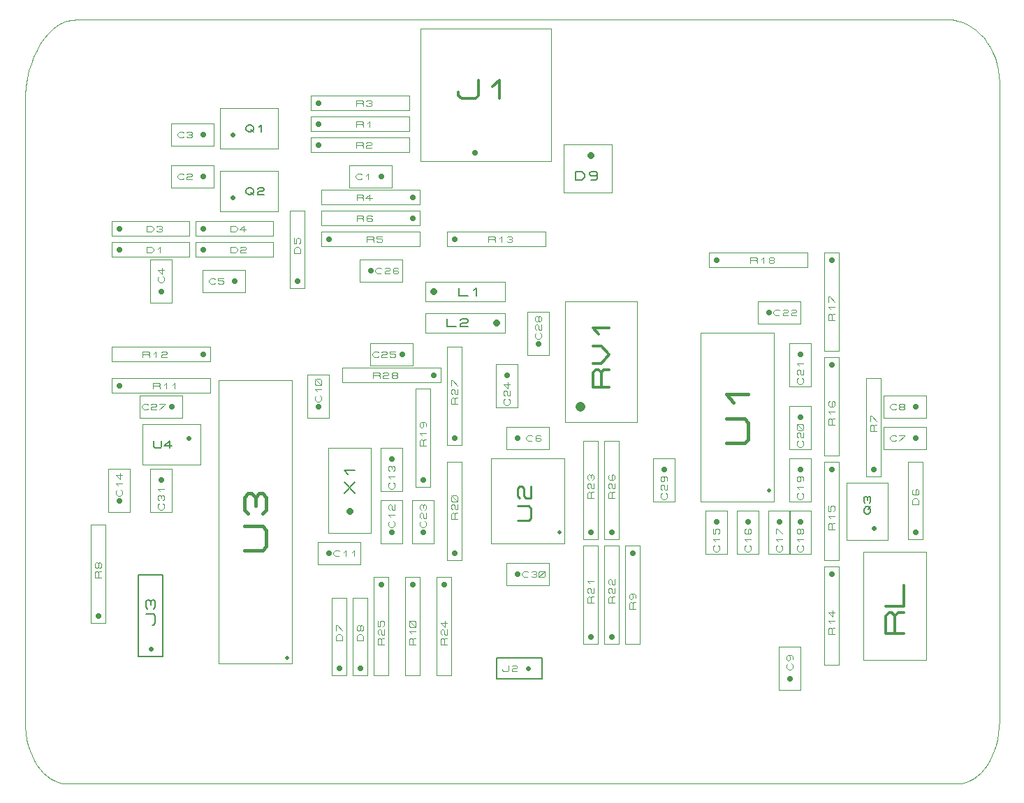
<source format=gbr>
G04 PROTEUS GERBER X2 FILE*
%TF.GenerationSoftware,Labcenter,Proteus,8.16-SP3-Build36097*%
%TF.CreationDate,2025-03-01T20:08:57+00:00*%
%TF.FileFunction,AssemblyDrawing,Top*%
%TF.FilePolarity,Positive*%
%TF.Part,Single*%
%TF.SameCoordinates,{b4116e7d-5b25-4a0e-afc3-4f4668fc6668}*%
%FSLAX45Y45*%
%MOMM*%
G01*
%TA.AperFunction,Material*%
%ADD22C,0.101600*%
%ADD34C,0.660400*%
%ADD35C,0.364400*%
%ADD24C,0.508000*%
%ADD36C,0.440230*%
%ADD37C,0.609600*%
%ADD38C,0.139700*%
%ADD39C,0.711200*%
%ADD40C,0.113450*%
%ADD41C,0.117340*%
%ADD42C,0.812800*%
%ADD43C,0.204890*%
%ADD44C,0.267200*%
%ADD45C,1.219200*%
%ADD46C,0.320040*%
%ADD47C,0.367200*%
%ADD48C,0.171190*%
%ADD49C,0.157500*%
%TA.AperFunction,Profile*%
%ADD21C,0.101600*%
%TA.AperFunction,Material*%
%ADD25C,0.152400*%
%ADD50C,0.558800*%
%ADD51C,0.194860*%
%ADD52C,0.114270*%
%TD.AperFunction*%
D22*
X+4792460Y+3231050D02*
X+6377420Y+3231050D01*
X+6377420Y+4838870D01*
X+4792460Y+4838870D01*
X+4792460Y+3231050D01*
D34*
X+5454880Y+3337730D02*
X+5454880Y+3337730D01*
D35*
X+5256976Y+4068370D02*
X+5256976Y+4031929D01*
X+5297971Y+3995489D01*
X+5461953Y+3995489D01*
X+5502949Y+4031929D01*
X+5502949Y+4214132D01*
X+5666931Y+4141251D02*
X+5748922Y+4214132D01*
X+5748922Y+3995489D01*
D22*
X+2349500Y-2860580D02*
X+3238500Y-2860580D01*
X+3238500Y+578580D01*
X+2349500Y+578580D01*
X+2349500Y-2860580D01*
D24*
X+3175000Y-2794000D02*
X+3175000Y-2794000D01*
D36*
X+2661931Y-1491218D02*
X+2882047Y-1491218D01*
X+2926070Y-1441692D01*
X+2926070Y-1243588D01*
X+2882047Y-1194062D01*
X+2661931Y-1194062D01*
X+2705954Y-1045484D02*
X+2661931Y-995958D01*
X+2661931Y-847380D01*
X+2705954Y-797854D01*
X+2749977Y-797854D01*
X+2794000Y-847380D01*
X+2838024Y-797854D01*
X+2882047Y-797854D01*
X+2926070Y-847380D01*
X+2926070Y-995958D01*
X+2882047Y-1045484D01*
X+2794000Y-946432D02*
X+2794000Y-847380D01*
D22*
X+1430020Y-449580D02*
X+2125980Y-449580D01*
X+2125980Y+43180D01*
X+1430020Y+43180D01*
X+1430020Y-449580D01*
D37*
X+1981200Y-127000D02*
X+1981200Y-127000D01*
D38*
X+1564640Y-161290D02*
X+1564640Y-231140D01*
X+1580356Y-245110D01*
X+1643221Y-245110D01*
X+1658937Y-231140D01*
X+1658937Y-161290D01*
X+1784667Y-217170D02*
X+1690370Y-217170D01*
X+1753235Y-161290D01*
X+1753235Y-245110D01*
D22*
X+1010920Y-1021080D02*
X+1275080Y-1021080D01*
X+1275080Y-502920D01*
X+1010920Y-502920D01*
X+1010920Y-1021080D01*
D39*
X+1143000Y-889000D02*
X+1143000Y-889000D01*
D40*
X+1165691Y-754760D02*
X+1177036Y-767524D01*
X+1177036Y-805814D01*
X+1154345Y-831340D01*
X+1131655Y-831340D01*
X+1108964Y-805814D01*
X+1108964Y-767524D01*
X+1120309Y-754760D01*
X+1131655Y-703707D02*
X+1108964Y-678180D01*
X+1177036Y-678180D01*
X+1154345Y-550546D02*
X+1154345Y-627126D01*
X+1108964Y-576073D01*
X+1177036Y-576073D01*
D22*
X+1518920Y-1021080D02*
X+1783080Y-1021080D01*
X+1783080Y-502920D01*
X+1518920Y-502920D01*
X+1518920Y-1021080D01*
D39*
X+1651000Y-635000D02*
X+1651000Y-635000D01*
D40*
X+1673691Y-922400D02*
X+1685036Y-935164D01*
X+1685036Y-973454D01*
X+1662345Y-998980D01*
X+1639655Y-998980D01*
X+1616964Y-973454D01*
X+1616964Y-935164D01*
X+1628309Y-922400D01*
X+1628309Y-884110D02*
X+1616964Y-871347D01*
X+1616964Y-833057D01*
X+1628309Y-820293D01*
X+1639655Y-820293D01*
X+1651000Y-833057D01*
X+1662345Y-820293D01*
X+1673691Y-820293D01*
X+1685036Y-833057D01*
X+1685036Y-871347D01*
X+1673691Y-884110D01*
X+1651000Y-858583D02*
X+1651000Y-833057D01*
X+1639655Y-769240D02*
X+1616964Y-743713D01*
X+1685036Y-743713D01*
D22*
X+800100Y-2374900D02*
X+977900Y-2374900D01*
X+977900Y-1181100D01*
X+800100Y-1181100D01*
X+800100Y-2374900D01*
D39*
X+889000Y-2286000D02*
X+889000Y-2286000D01*
D41*
X+924204Y-1821382D02*
X+853796Y-1821382D01*
X+853796Y-1755375D01*
X+865531Y-1742173D01*
X+877265Y-1742173D01*
X+889000Y-1755375D01*
X+889000Y-1821382D01*
X+889000Y-1755375D02*
X+900735Y-1742173D01*
X+924204Y-1742173D01*
X+889000Y-1689367D02*
X+877265Y-1702569D01*
X+865531Y-1702569D01*
X+853796Y-1689367D01*
X+853796Y-1649763D01*
X+865531Y-1636561D01*
X+877265Y-1636561D01*
X+889000Y-1649763D01*
X+889000Y-1689367D01*
X+900735Y-1702569D01*
X+912469Y-1702569D01*
X+924204Y-1689367D01*
X+924204Y-1649763D01*
X+912469Y-1636561D01*
X+900735Y-1636561D01*
X+889000Y-1649763D01*
D22*
X+1391920Y+121920D02*
X+1910080Y+121920D01*
X+1910080Y+386080D01*
X+1391920Y+386080D01*
X+1391920Y+121920D01*
D39*
X+1778000Y+254000D02*
X+1778000Y+254000D01*
D40*
X+1490600Y+231309D02*
X+1477836Y+219964D01*
X+1439546Y+219964D01*
X+1414020Y+242655D01*
X+1414020Y+265345D01*
X+1439546Y+288036D01*
X+1477836Y+288036D01*
X+1490600Y+276691D01*
X+1528890Y+276691D02*
X+1541653Y+288036D01*
X+1579943Y+288036D01*
X+1592707Y+276691D01*
X+1592707Y+265345D01*
X+1579943Y+254000D01*
X+1541653Y+254000D01*
X+1528890Y+242655D01*
X+1528890Y+219964D01*
X+1592707Y+219964D01*
X+1630997Y+288036D02*
X+1694814Y+288036D01*
X+1694814Y+276691D01*
X+1630997Y+219964D01*
D22*
X+1054100Y+419100D02*
X+2247900Y+419100D01*
X+2247900Y+596900D01*
X+1054100Y+596900D01*
X+1054100Y+419100D01*
D39*
X+1143000Y+508000D02*
X+1143000Y+508000D01*
D41*
X+1554812Y+472796D02*
X+1554812Y+543204D01*
X+1620819Y+543204D01*
X+1634021Y+531469D01*
X+1634021Y+519735D01*
X+1620819Y+508000D01*
X+1554812Y+508000D01*
X+1620819Y+508000D02*
X+1634021Y+496265D01*
X+1634021Y+472796D01*
X+1686827Y+519735D02*
X+1713230Y+543204D01*
X+1713230Y+472796D01*
X+1792439Y+519735D02*
X+1818842Y+543204D01*
X+1818842Y+472796D01*
D22*
X+1054100Y+800100D02*
X+2247900Y+800100D01*
X+2247900Y+977900D01*
X+1054100Y+977900D01*
X+1054100Y+800100D01*
D39*
X+2159000Y+889000D02*
X+2159000Y+889000D01*
D41*
X+1430352Y+853796D02*
X+1430352Y+924204D01*
X+1496359Y+924204D01*
X+1509561Y+912469D01*
X+1509561Y+900735D01*
X+1496359Y+889000D01*
X+1430352Y+889000D01*
X+1496359Y+889000D02*
X+1509561Y+877265D01*
X+1509561Y+853796D01*
X+1562367Y+900735D02*
X+1588770Y+924204D01*
X+1588770Y+853796D01*
X+1654777Y+912469D02*
X+1667979Y+924204D01*
X+1707583Y+924204D01*
X+1720785Y+912469D01*
X+1720785Y+900735D01*
X+1707583Y+889000D01*
X+1667979Y+889000D01*
X+1654777Y+877265D01*
X+1654777Y+853796D01*
X+1720785Y+853796D01*
D22*
X+3677920Y-1275080D02*
X+4196080Y-1275080D01*
X+4196080Y-248920D01*
X+3677920Y-248920D01*
X+3677920Y-1275080D01*
D42*
X+3937000Y-1016000D02*
X+3937000Y-1016000D01*
D43*
X+3875532Y-796543D02*
X+3998468Y-658241D01*
X+3998468Y-796543D02*
X+3875532Y-658241D01*
X+3916511Y-566040D02*
X+3875532Y-519939D01*
X+3998468Y-519939D01*
D22*
X+4312920Y-1402080D02*
X+4577080Y-1402080D01*
X+4577080Y-883920D01*
X+4312920Y-883920D01*
X+4312920Y-1402080D01*
D39*
X+4445000Y-1270000D02*
X+4445000Y-1270000D01*
D40*
X+4467691Y-1135760D02*
X+4479036Y-1148524D01*
X+4479036Y-1186814D01*
X+4456345Y-1212340D01*
X+4433655Y-1212340D01*
X+4410964Y-1186814D01*
X+4410964Y-1148524D01*
X+4422309Y-1135760D01*
X+4433655Y-1084707D02*
X+4410964Y-1059180D01*
X+4479036Y-1059180D01*
X+4422309Y-995363D02*
X+4410964Y-982600D01*
X+4410964Y-944310D01*
X+4422309Y-931546D01*
X+4433655Y-931546D01*
X+4445000Y-944310D01*
X+4445000Y-982600D01*
X+4456345Y-995363D01*
X+4479036Y-995363D01*
X+4479036Y-931546D01*
D22*
X+4312920Y-767080D02*
X+4577080Y-767080D01*
X+4577080Y-248920D01*
X+4312920Y-248920D01*
X+4312920Y-767080D01*
D39*
X+4445000Y-381000D02*
X+4445000Y-381000D01*
D40*
X+4467691Y-668400D02*
X+4479036Y-681164D01*
X+4479036Y-719454D01*
X+4456345Y-744980D01*
X+4433655Y-744980D01*
X+4410964Y-719454D01*
X+4410964Y-681164D01*
X+4422309Y-668400D01*
X+4433655Y-617347D02*
X+4410964Y-591820D01*
X+4479036Y-591820D01*
X+4422309Y-528003D02*
X+4410964Y-515240D01*
X+4410964Y-476950D01*
X+4422309Y-464186D01*
X+4433655Y-464186D01*
X+4445000Y-476950D01*
X+4456345Y-464186D01*
X+4467691Y-464186D01*
X+4479036Y-476950D01*
X+4479036Y-515240D01*
X+4467691Y-528003D01*
X+4445000Y-502476D02*
X+4445000Y-476950D01*
D22*
X+3423920Y+121920D02*
X+3688080Y+121920D01*
X+3688080Y+640080D01*
X+3423920Y+640080D01*
X+3423920Y+121920D01*
D39*
X+3556000Y+254000D02*
X+3556000Y+254000D01*
D40*
X+3578691Y+388240D02*
X+3590036Y+375476D01*
X+3590036Y+337186D01*
X+3567345Y+311660D01*
X+3544655Y+311660D01*
X+3521964Y+337186D01*
X+3521964Y+375476D01*
X+3533309Y+388240D01*
X+3544655Y+439293D02*
X+3521964Y+464820D01*
X+3590036Y+464820D01*
X+3578691Y+515874D02*
X+3533309Y+515874D01*
X+3521964Y+528637D01*
X+3521964Y+579690D01*
X+3533309Y+592454D01*
X+3578691Y+592454D01*
X+3590036Y+579690D01*
X+3590036Y+528637D01*
X+3578691Y+515874D01*
X+3590036Y+515874D02*
X+3521964Y+592454D01*
D22*
X+3550920Y-1656080D02*
X+4069080Y-1656080D01*
X+4069080Y-1391920D01*
X+3550920Y-1391920D01*
X+3550920Y-1656080D01*
D39*
X+3683000Y-1524000D02*
X+3683000Y-1524000D01*
D40*
X+3817240Y-1546691D02*
X+3804476Y-1558036D01*
X+3766186Y-1558036D01*
X+3740660Y-1535345D01*
X+3740660Y-1512655D01*
X+3766186Y-1489964D01*
X+3804476Y-1489964D01*
X+3817240Y-1501309D01*
X+3868293Y-1512655D02*
X+3893820Y-1489964D01*
X+3893820Y-1558036D01*
X+3970400Y-1512655D02*
X+3995927Y-1489964D01*
X+3995927Y-1558036D01*
D22*
X+3721100Y-3009900D02*
X+3898900Y-3009900D01*
X+3898900Y-2070100D01*
X+3721100Y-2070100D01*
X+3721100Y-3009900D01*
D39*
X+3810000Y-2921000D02*
X+3810000Y-2921000D01*
D41*
X+3845204Y-2583382D02*
X+3774796Y-2583382D01*
X+3774796Y-2530576D01*
X+3798265Y-2504173D01*
X+3821735Y-2504173D01*
X+3845204Y-2530576D01*
X+3845204Y-2583382D01*
X+3774796Y-2464569D02*
X+3774796Y-2398561D01*
X+3786531Y-2398561D01*
X+3845204Y-2464569D01*
D22*
X+3975100Y-3009900D02*
X+4152900Y-3009900D01*
X+4152900Y-2070100D01*
X+3975100Y-2070100D01*
X+3975100Y-3009900D01*
D39*
X+4064000Y-2921000D02*
X+4064000Y-2921000D01*
D41*
X+4099204Y-2583382D02*
X+4028796Y-2583382D01*
X+4028796Y-2530576D01*
X+4052265Y-2504173D01*
X+4075735Y-2504173D01*
X+4099204Y-2530576D01*
X+4099204Y-2583382D01*
X+4064000Y-2451367D02*
X+4052265Y-2464569D01*
X+4040531Y-2464569D01*
X+4028796Y-2451367D01*
X+4028796Y-2411763D01*
X+4040531Y-2398561D01*
X+4052265Y-2398561D01*
X+4064000Y-2411763D01*
X+4064000Y-2451367D01*
X+4075735Y-2464569D01*
X+4087469Y-2464569D01*
X+4099204Y-2451367D01*
X+4099204Y-2411763D01*
X+4087469Y-2398561D01*
X+4075735Y-2398561D01*
X+4064000Y-2411763D01*
D22*
X+4229100Y-3009900D02*
X+4406900Y-3009900D01*
X+4406900Y-1816100D01*
X+4229100Y-1816100D01*
X+4229100Y-3009900D01*
D39*
X+4318000Y-1905000D02*
X+4318000Y-1905000D01*
D41*
X+4353204Y-2633648D02*
X+4282796Y-2633648D01*
X+4282796Y-2567641D01*
X+4294531Y-2554439D01*
X+4306265Y-2554439D01*
X+4318000Y-2567641D01*
X+4318000Y-2633648D01*
X+4318000Y-2567641D02*
X+4329735Y-2554439D01*
X+4353204Y-2554439D01*
X+4294531Y-2514835D02*
X+4282796Y-2501633D01*
X+4282796Y-2462029D01*
X+4294531Y-2448827D01*
X+4306265Y-2448827D01*
X+4318000Y-2462029D01*
X+4318000Y-2501633D01*
X+4329735Y-2514835D01*
X+4353204Y-2514835D01*
X+4353204Y-2448827D01*
X+4282796Y-2343215D02*
X+4282796Y-2409223D01*
X+4306265Y-2409223D01*
X+4306265Y-2356417D01*
X+4318000Y-2343215D01*
X+4341469Y-2343215D01*
X+4353204Y-2356417D01*
X+4353204Y-2396021D01*
X+4341469Y-2409223D01*
D22*
X+4610100Y-3009900D02*
X+4787900Y-3009900D01*
X+4787900Y-1816100D01*
X+4610100Y-1816100D01*
X+4610100Y-3009900D01*
D39*
X+4699000Y-1905000D02*
X+4699000Y-1905000D01*
D41*
X+4734204Y-2633648D02*
X+4663796Y-2633648D01*
X+4663796Y-2567641D01*
X+4675531Y-2554439D01*
X+4687265Y-2554439D01*
X+4699000Y-2567641D01*
X+4699000Y-2633648D01*
X+4699000Y-2567641D02*
X+4710735Y-2554439D01*
X+4734204Y-2554439D01*
X+4687265Y-2501633D02*
X+4663796Y-2475230D01*
X+4734204Y-2475230D01*
X+4722469Y-2422424D02*
X+4675531Y-2422424D01*
X+4663796Y-2409223D01*
X+4663796Y-2356417D01*
X+4675531Y-2343215D01*
X+4722469Y-2343215D01*
X+4734204Y-2356417D01*
X+4734204Y-2409223D01*
X+4722469Y-2422424D01*
X+4734204Y-2422424D02*
X+4663796Y-2343215D01*
D22*
X+4991100Y-3009900D02*
X+5168900Y-3009900D01*
X+5168900Y-1816100D01*
X+4991100Y-1816100D01*
X+4991100Y-3009900D01*
D39*
X+5080000Y-1905000D02*
X+5080000Y-1905000D01*
D41*
X+5115204Y-2633648D02*
X+5044796Y-2633648D01*
X+5044796Y-2567641D01*
X+5056531Y-2554439D01*
X+5068265Y-2554439D01*
X+5080000Y-2567641D01*
X+5080000Y-2633648D01*
X+5080000Y-2567641D02*
X+5091735Y-2554439D01*
X+5115204Y-2554439D01*
X+5056531Y-2514835D02*
X+5044796Y-2501633D01*
X+5044796Y-2462029D01*
X+5056531Y-2448827D01*
X+5068265Y-2448827D01*
X+5080000Y-2462029D01*
X+5080000Y-2501633D01*
X+5091735Y-2514835D01*
X+5115204Y-2514835D01*
X+5115204Y-2448827D01*
X+5091735Y-2343215D02*
X+5091735Y-2422424D01*
X+5044796Y-2369618D01*
X+5115204Y-2369618D01*
D22*
X+5651500Y-1402080D02*
X+6540500Y-1402080D01*
X+6540500Y-375920D01*
X+5651500Y-375920D01*
X+5651500Y-1402080D01*
D24*
X+6477000Y-1270000D02*
X+6477000Y-1270000D01*
D44*
X+5971388Y-1129487D02*
X+6104992Y-1129487D01*
X+6131713Y-1099427D01*
X+6131713Y-979183D01*
X+6104992Y-949122D01*
X+5971388Y-949122D01*
X+5998109Y-858940D02*
X+5971388Y-828879D01*
X+5971388Y-738696D01*
X+5998109Y-708635D01*
X+6024830Y-708635D01*
X+6051550Y-738696D01*
X+6051550Y-828879D01*
X+6078271Y-858940D01*
X+6131713Y-858940D01*
X+6131713Y-708635D01*
D22*
X+4693920Y-1402080D02*
X+4958080Y-1402080D01*
X+4958080Y-883920D01*
X+4693920Y-883920D01*
X+4693920Y-1402080D01*
D39*
X+4826000Y-1270000D02*
X+4826000Y-1270000D01*
D40*
X+4848691Y-1135760D02*
X+4860036Y-1148524D01*
X+4860036Y-1186814D01*
X+4837345Y-1212340D01*
X+4814655Y-1212340D01*
X+4791964Y-1186814D01*
X+4791964Y-1148524D01*
X+4803309Y-1135760D01*
X+4803309Y-1097470D02*
X+4791964Y-1084707D01*
X+4791964Y-1046417D01*
X+4803309Y-1033653D01*
X+4814655Y-1033653D01*
X+4826000Y-1046417D01*
X+4826000Y-1084707D01*
X+4837345Y-1097470D01*
X+4860036Y-1097470D01*
X+4860036Y-1033653D01*
X+4803309Y-995363D02*
X+4791964Y-982600D01*
X+4791964Y-944310D01*
X+4803309Y-931546D01*
X+4814655Y-931546D01*
X+4826000Y-944310D01*
X+4837345Y-931546D01*
X+4848691Y-931546D01*
X+4860036Y-944310D01*
X+4860036Y-982600D01*
X+4848691Y-995363D01*
X+4826000Y-969836D02*
X+4826000Y-944310D01*
D22*
X+4737100Y-723900D02*
X+4914900Y-723900D01*
X+4914900Y+469900D01*
X+4737100Y+469900D01*
X+4737100Y-723900D01*
D39*
X+4826000Y-635000D02*
X+4826000Y-635000D01*
D41*
X+4861204Y-223188D02*
X+4790796Y-223188D01*
X+4790796Y-157181D01*
X+4802531Y-143979D01*
X+4814265Y-143979D01*
X+4826000Y-157181D01*
X+4826000Y-223188D01*
X+4826000Y-157181D02*
X+4837735Y-143979D01*
X+4861204Y-143979D01*
X+4814265Y-91173D02*
X+4790796Y-64770D01*
X+4861204Y-64770D01*
X+4814265Y+67245D02*
X+4826000Y+54043D01*
X+4826000Y+14439D01*
X+4814265Y+1237D01*
X+4802531Y+1237D01*
X+4790796Y+14439D01*
X+4790796Y+54043D01*
X+4802531Y+67245D01*
X+4849469Y+67245D01*
X+4861204Y+54043D01*
X+4861204Y+14439D01*
D22*
X+5118100Y-1612900D02*
X+5295900Y-1612900D01*
X+5295900Y-419100D01*
X+5118100Y-419100D01*
X+5118100Y-1612900D01*
D39*
X+5207000Y-1524000D02*
X+5207000Y-1524000D01*
D41*
X+5242204Y-1112188D02*
X+5171796Y-1112188D01*
X+5171796Y-1046181D01*
X+5183531Y-1032979D01*
X+5195265Y-1032979D01*
X+5207000Y-1046181D01*
X+5207000Y-1112188D01*
X+5207000Y-1046181D02*
X+5218735Y-1032979D01*
X+5242204Y-1032979D01*
X+5183531Y-993375D02*
X+5171796Y-980173D01*
X+5171796Y-940569D01*
X+5183531Y-927367D01*
X+5195265Y-927367D01*
X+5207000Y-940569D01*
X+5207000Y-980173D01*
X+5218735Y-993375D01*
X+5242204Y-993375D01*
X+5242204Y-927367D01*
X+5230469Y-900964D02*
X+5183531Y-900964D01*
X+5171796Y-887763D01*
X+5171796Y-834957D01*
X+5183531Y-821755D01*
X+5230469Y-821755D01*
X+5242204Y-834957D01*
X+5242204Y-887763D01*
X+5230469Y-900964D01*
X+5242204Y-900964D02*
X+5171796Y-821755D01*
D22*
X+5836920Y-1910080D02*
X+6355080Y-1910080D01*
X+6355080Y-1645920D01*
X+5836920Y-1645920D01*
X+5836920Y-1910080D01*
D39*
X+5969000Y-1778000D02*
X+5969000Y-1778000D01*
D40*
X+6103240Y-1800691D02*
X+6090476Y-1812036D01*
X+6052186Y-1812036D01*
X+6026660Y-1789345D01*
X+6026660Y-1766655D01*
X+6052186Y-1743964D01*
X+6090476Y-1743964D01*
X+6103240Y-1755309D01*
X+6141530Y-1755309D02*
X+6154293Y-1743964D01*
X+6192583Y-1743964D01*
X+6205347Y-1755309D01*
X+6205347Y-1766655D01*
X+6192583Y-1778000D01*
X+6205347Y-1789345D01*
X+6205347Y-1800691D01*
X+6192583Y-1812036D01*
X+6154293Y-1812036D01*
X+6141530Y-1800691D01*
X+6167057Y-1778000D02*
X+6192583Y-1778000D01*
X+6230874Y-1800691D02*
X+6230874Y-1755309D01*
X+6243637Y-1743964D01*
X+6294690Y-1743964D01*
X+6307454Y-1755309D01*
X+6307454Y-1800691D01*
X+6294690Y-1812036D01*
X+6243637Y-1812036D01*
X+6230874Y-1800691D01*
X+6230874Y-1812036D02*
X+6307454Y-1743964D01*
D22*
X+5836920Y-259080D02*
X+6355080Y-259080D01*
X+6355080Y+5080D01*
X+5836920Y+5080D01*
X+5836920Y-259080D01*
D39*
X+5969000Y-127000D02*
X+5969000Y-127000D01*
D40*
X+6154293Y-149691D02*
X+6141529Y-161036D01*
X+6103239Y-161036D01*
X+6077713Y-138345D01*
X+6077713Y-115655D01*
X+6103239Y-92964D01*
X+6141529Y-92964D01*
X+6154293Y-104309D01*
X+6256400Y-104309D02*
X+6243636Y-92964D01*
X+6205346Y-92964D01*
X+6192583Y-104309D01*
X+6192583Y-149691D01*
X+6205346Y-161036D01*
X+6243636Y-161036D01*
X+6256400Y-149691D01*
X+6256400Y-138345D01*
X+6243636Y-127000D01*
X+6192583Y-127000D01*
D22*
X+5709920Y+248920D02*
X+5974080Y+248920D01*
X+5974080Y+767080D01*
X+5709920Y+767080D01*
X+5709920Y+248920D01*
D39*
X+5842000Y+635000D02*
X+5842000Y+635000D01*
D40*
X+5864691Y+347600D02*
X+5876036Y+334836D01*
X+5876036Y+296546D01*
X+5853345Y+271020D01*
X+5830655Y+271020D01*
X+5807964Y+296546D01*
X+5807964Y+334836D01*
X+5819309Y+347600D01*
X+5819309Y+385890D02*
X+5807964Y+398653D01*
X+5807964Y+436943D01*
X+5819309Y+449707D01*
X+5830655Y+449707D01*
X+5842000Y+436943D01*
X+5842000Y+398653D01*
X+5853345Y+385890D01*
X+5876036Y+385890D01*
X+5876036Y+449707D01*
X+5853345Y+551814D02*
X+5853345Y+475234D01*
X+5807964Y+526287D01*
X+5876036Y+526287D01*
D22*
X+3848100Y+546100D02*
X+5041900Y+546100D01*
X+5041900Y+723900D01*
X+3848100Y+723900D01*
X+3848100Y+546100D01*
D39*
X+4953000Y+635000D02*
X+4953000Y+635000D01*
D41*
X+4224352Y+599796D02*
X+4224352Y+670204D01*
X+4290359Y+670204D01*
X+4303561Y+658469D01*
X+4303561Y+646735D01*
X+4290359Y+635000D01*
X+4224352Y+635000D01*
X+4290359Y+635000D02*
X+4303561Y+623265D01*
X+4303561Y+599796D01*
X+4343165Y+658469D02*
X+4356367Y+670204D01*
X+4395971Y+670204D01*
X+4409173Y+658469D01*
X+4409173Y+646735D01*
X+4395971Y+635000D01*
X+4356367Y+635000D01*
X+4343165Y+623265D01*
X+4343165Y+599796D01*
X+4409173Y+599796D01*
X+4461979Y+635000D02*
X+4448777Y+646735D01*
X+4448777Y+658469D01*
X+4461979Y+670204D01*
X+4501583Y+670204D01*
X+4514785Y+658469D01*
X+4514785Y+646735D01*
X+4501583Y+635000D01*
X+4461979Y+635000D01*
X+4448777Y+623265D01*
X+4448777Y+611531D01*
X+4461979Y+599796D01*
X+4501583Y+599796D01*
X+4514785Y+611531D01*
X+4514785Y+623265D01*
X+4501583Y+635000D01*
D22*
X+5118100Y-215900D02*
X+5295900Y-215900D01*
X+5295900Y+977900D01*
X+5118100Y+977900D01*
X+5118100Y-215900D01*
D39*
X+5207000Y-127000D02*
X+5207000Y-127000D01*
D41*
X+5242204Y+284812D02*
X+5171796Y+284812D01*
X+5171796Y+350819D01*
X+5183531Y+364021D01*
X+5195265Y+364021D01*
X+5207000Y+350819D01*
X+5207000Y+284812D01*
X+5207000Y+350819D02*
X+5218735Y+364021D01*
X+5242204Y+364021D01*
X+5183531Y+403625D02*
X+5171796Y+416827D01*
X+5171796Y+456431D01*
X+5183531Y+469633D01*
X+5195265Y+469633D01*
X+5207000Y+456431D01*
X+5207000Y+416827D01*
X+5218735Y+403625D01*
X+5242204Y+403625D01*
X+5242204Y+469633D01*
X+5171796Y+509237D02*
X+5171796Y+575245D01*
X+5183531Y+575245D01*
X+5242204Y+509237D01*
D22*
X+4185920Y+756920D02*
X+4704080Y+756920D01*
X+4704080Y+1021080D01*
X+4185920Y+1021080D01*
X+4185920Y+756920D01*
D39*
X+4572000Y+889000D02*
X+4572000Y+889000D01*
D40*
X+4284600Y+866309D02*
X+4271836Y+854964D01*
X+4233546Y+854964D01*
X+4208020Y+877655D01*
X+4208020Y+900345D01*
X+4233546Y+923036D01*
X+4271836Y+923036D01*
X+4284600Y+911691D01*
X+4322890Y+911691D02*
X+4335653Y+923036D01*
X+4373943Y+923036D01*
X+4386707Y+911691D01*
X+4386707Y+900345D01*
X+4373943Y+889000D01*
X+4335653Y+889000D01*
X+4322890Y+877655D01*
X+4322890Y+854964D01*
X+4386707Y+854964D01*
X+4488814Y+923036D02*
X+4424997Y+923036D01*
X+4424997Y+900345D01*
X+4476050Y+900345D01*
X+4488814Y+889000D01*
X+4488814Y+866309D01*
X+4476050Y+854964D01*
X+4437760Y+854964D01*
X+4424997Y+866309D01*
D22*
X+6769100Y-2628900D02*
X+6946900Y-2628900D01*
X+6946900Y-1435100D01*
X+6769100Y-1435100D01*
X+6769100Y-2628900D01*
D39*
X+6858000Y-2540000D02*
X+6858000Y-2540000D01*
D41*
X+6893204Y-2128188D02*
X+6822796Y-2128188D01*
X+6822796Y-2062181D01*
X+6834531Y-2048979D01*
X+6846265Y-2048979D01*
X+6858000Y-2062181D01*
X+6858000Y-2128188D01*
X+6858000Y-2062181D02*
X+6869735Y-2048979D01*
X+6893204Y-2048979D01*
X+6834531Y-2009375D02*
X+6822796Y-1996173D01*
X+6822796Y-1956569D01*
X+6834531Y-1943367D01*
X+6846265Y-1943367D01*
X+6858000Y-1956569D01*
X+6858000Y-1996173D01*
X+6869735Y-2009375D01*
X+6893204Y-2009375D01*
X+6893204Y-1943367D01*
X+6846265Y-1890561D02*
X+6822796Y-1864158D01*
X+6893204Y-1864158D01*
D22*
X+7023100Y-2628900D02*
X+7200900Y-2628900D01*
X+7200900Y-1435100D01*
X+7023100Y-1435100D01*
X+7023100Y-2628900D01*
D39*
X+7112000Y-2540000D02*
X+7112000Y-2540000D01*
D41*
X+7147204Y-2128188D02*
X+7076796Y-2128188D01*
X+7076796Y-2062181D01*
X+7088531Y-2048979D01*
X+7100265Y-2048979D01*
X+7112000Y-2062181D01*
X+7112000Y-2128188D01*
X+7112000Y-2062181D02*
X+7123735Y-2048979D01*
X+7147204Y-2048979D01*
X+7088531Y-2009375D02*
X+7076796Y-1996173D01*
X+7076796Y-1956569D01*
X+7088531Y-1943367D01*
X+7100265Y-1943367D01*
X+7112000Y-1956569D01*
X+7112000Y-1996173D01*
X+7123735Y-2009375D01*
X+7147204Y-2009375D01*
X+7147204Y-1943367D01*
X+7088531Y-1903763D02*
X+7076796Y-1890561D01*
X+7076796Y-1850957D01*
X+7088531Y-1837755D01*
X+7100265Y-1837755D01*
X+7112000Y-1850957D01*
X+7112000Y-1890561D01*
X+7123735Y-1903763D01*
X+7147204Y-1903763D01*
X+7147204Y-1837755D01*
D22*
X+7277100Y-2628900D02*
X+7454900Y-2628900D01*
X+7454900Y-1435100D01*
X+7277100Y-1435100D01*
X+7277100Y-2628900D01*
D39*
X+7366000Y-1524000D02*
X+7366000Y-1524000D01*
D41*
X+7401204Y-2199842D02*
X+7330796Y-2199842D01*
X+7330796Y-2133835D01*
X+7342531Y-2120633D01*
X+7354265Y-2120633D01*
X+7366000Y-2133835D01*
X+7366000Y-2199842D01*
X+7366000Y-2133835D02*
X+7377735Y-2120633D01*
X+7401204Y-2120633D01*
X+7354265Y-2015021D02*
X+7366000Y-2028223D01*
X+7366000Y-2067827D01*
X+7354265Y-2081029D01*
X+7342531Y-2081029D01*
X+7330796Y-2067827D01*
X+7330796Y-2028223D01*
X+7342531Y-2015021D01*
X+7389469Y-2015021D01*
X+7401204Y-2028223D01*
X+7401204Y-2067827D01*
D22*
X+6769100Y-1358900D02*
X+6946900Y-1358900D01*
X+6946900Y-165100D01*
X+6769100Y-165100D01*
X+6769100Y-1358900D01*
D39*
X+6858000Y-1270000D02*
X+6858000Y-1270000D01*
D41*
X+6893204Y-858188D02*
X+6822796Y-858188D01*
X+6822796Y-792181D01*
X+6834531Y-778979D01*
X+6846265Y-778979D01*
X+6858000Y-792181D01*
X+6858000Y-858188D01*
X+6858000Y-792181D02*
X+6869735Y-778979D01*
X+6893204Y-778979D01*
X+6834531Y-739375D02*
X+6822796Y-726173D01*
X+6822796Y-686569D01*
X+6834531Y-673367D01*
X+6846265Y-673367D01*
X+6858000Y-686569D01*
X+6858000Y-726173D01*
X+6869735Y-739375D01*
X+6893204Y-739375D01*
X+6893204Y-673367D01*
X+6834531Y-633763D02*
X+6822796Y-620561D01*
X+6822796Y-580957D01*
X+6834531Y-567755D01*
X+6846265Y-567755D01*
X+6858000Y-580957D01*
X+6869735Y-567755D01*
X+6881469Y-567755D01*
X+6893204Y-580957D01*
X+6893204Y-620561D01*
X+6881469Y-633763D01*
X+6858000Y-607360D02*
X+6858000Y-580957D01*
D22*
X+7023100Y-1358900D02*
X+7200900Y-1358900D01*
X+7200900Y-165100D01*
X+7023100Y-165100D01*
X+7023100Y-1358900D01*
D39*
X+7112000Y-1270000D02*
X+7112000Y-1270000D01*
D41*
X+7147204Y-858188D02*
X+7076796Y-858188D01*
X+7076796Y-792181D01*
X+7088531Y-778979D01*
X+7100265Y-778979D01*
X+7112000Y-792181D01*
X+7112000Y-858188D01*
X+7112000Y-792181D02*
X+7123735Y-778979D01*
X+7147204Y-778979D01*
X+7088531Y-739375D02*
X+7076796Y-726173D01*
X+7076796Y-686569D01*
X+7088531Y-673367D01*
X+7100265Y-673367D01*
X+7112000Y-686569D01*
X+7112000Y-726173D01*
X+7123735Y-739375D01*
X+7147204Y-739375D01*
X+7147204Y-673367D01*
X+7088531Y-567755D02*
X+7076796Y-580957D01*
X+7076796Y-620561D01*
X+7088531Y-633763D01*
X+7135469Y-633763D01*
X+7147204Y-620561D01*
X+7147204Y-580957D01*
X+7135469Y-567755D01*
X+7123735Y-567755D01*
X+7112000Y-580957D01*
X+7112000Y-633763D01*
D22*
X+6548120Y+71120D02*
X+7421880Y+71120D01*
X+7421880Y+1529080D01*
X+6548120Y+1529080D01*
X+6548120Y+71120D01*
D45*
X+6731000Y+254000D02*
X+6731000Y+254000D01*
D46*
X+7081012Y+489966D02*
X+6888988Y+489966D01*
X+6888988Y+669988D01*
X+6920992Y+705993D01*
X+6952996Y+705993D01*
X+6985000Y+669988D01*
X+6985000Y+489966D01*
X+6985000Y+669988D02*
X+7017004Y+705993D01*
X+7081012Y+705993D01*
X+6888988Y+778002D02*
X+6985000Y+778002D01*
X+7081012Y+886015D01*
X+6985000Y+994029D01*
X+6888988Y+994029D01*
X+6952996Y+1138047D02*
X+6888988Y+1210056D01*
X+7081012Y+1210056D01*
D22*
X+8191500Y-894080D02*
X+9080500Y-894080D01*
X+9080500Y+1148080D01*
X+8191500Y+1148080D01*
X+8191500Y-894080D01*
D24*
X+9017000Y-762000D02*
X+9017000Y-762000D01*
D36*
X+8503931Y-190468D02*
X+8724047Y-190468D01*
X+8768070Y-140942D01*
X+8768070Y+57162D01*
X+8724047Y+106688D01*
X+8503931Y+106688D01*
X+8591977Y+304792D02*
X+8503931Y+403844D01*
X+8768070Y+403844D01*
D22*
X+7614920Y-894080D02*
X+7879080Y-894080D01*
X+7879080Y-375920D01*
X+7614920Y-375920D01*
X+7614920Y-894080D01*
D39*
X+7747000Y-508000D02*
X+7747000Y-508000D01*
D40*
X+7769691Y-795400D02*
X+7781036Y-808164D01*
X+7781036Y-846454D01*
X+7758345Y-871980D01*
X+7735655Y-871980D01*
X+7712964Y-846454D01*
X+7712964Y-808164D01*
X+7724309Y-795400D01*
X+7724309Y-757110D02*
X+7712964Y-744347D01*
X+7712964Y-706057D01*
X+7724309Y-693293D01*
X+7735655Y-693293D01*
X+7747000Y-706057D01*
X+7747000Y-744347D01*
X+7758345Y-757110D01*
X+7781036Y-757110D01*
X+7781036Y-693293D01*
X+7735655Y-591186D02*
X+7747000Y-603950D01*
X+7747000Y-642240D01*
X+7735655Y-655003D01*
X+7724309Y-655003D01*
X+7712964Y-642240D01*
X+7712964Y-603950D01*
X+7724309Y-591186D01*
X+7769691Y-591186D01*
X+7781036Y-603950D01*
X+7781036Y-642240D01*
D22*
X+8249920Y-1529080D02*
X+8514080Y-1529080D01*
X+8514080Y-1010920D01*
X+8249920Y-1010920D01*
X+8249920Y-1529080D01*
D39*
X+8382000Y-1143000D02*
X+8382000Y-1143000D01*
D40*
X+8404691Y-1430400D02*
X+8416036Y-1443164D01*
X+8416036Y-1481454D01*
X+8393345Y-1506980D01*
X+8370655Y-1506980D01*
X+8347964Y-1481454D01*
X+8347964Y-1443164D01*
X+8359309Y-1430400D01*
X+8370655Y-1379347D02*
X+8347964Y-1353820D01*
X+8416036Y-1353820D01*
X+8347964Y-1226186D02*
X+8347964Y-1290003D01*
X+8370655Y-1290003D01*
X+8370655Y-1238950D01*
X+8382000Y-1226186D01*
X+8404691Y-1226186D01*
X+8416036Y-1238950D01*
X+8416036Y-1277240D01*
X+8404691Y-1290003D01*
D22*
X+8630920Y-1529080D02*
X+8895080Y-1529080D01*
X+8895080Y-1010920D01*
X+8630920Y-1010920D01*
X+8630920Y-1529080D01*
D39*
X+8763000Y-1143000D02*
X+8763000Y-1143000D01*
D40*
X+8785691Y-1430400D02*
X+8797036Y-1443164D01*
X+8797036Y-1481454D01*
X+8774345Y-1506980D01*
X+8751655Y-1506980D01*
X+8728964Y-1481454D01*
X+8728964Y-1443164D01*
X+8740309Y-1430400D01*
X+8751655Y-1379347D02*
X+8728964Y-1353820D01*
X+8797036Y-1353820D01*
X+8740309Y-1226186D02*
X+8728964Y-1238950D01*
X+8728964Y-1277240D01*
X+8740309Y-1290003D01*
X+8785691Y-1290003D01*
X+8797036Y-1277240D01*
X+8797036Y-1238950D01*
X+8785691Y-1226186D01*
X+8774345Y-1226186D01*
X+8763000Y-1238950D01*
X+8763000Y-1290003D01*
D22*
X+9011920Y-1529080D02*
X+9276080Y-1529080D01*
X+9276080Y-1010920D01*
X+9011920Y-1010920D01*
X+9011920Y-1529080D01*
D39*
X+9144000Y-1143000D02*
X+9144000Y-1143000D01*
D40*
X+9166691Y-1430400D02*
X+9178036Y-1443164D01*
X+9178036Y-1481454D01*
X+9155345Y-1506980D01*
X+9132655Y-1506980D01*
X+9109964Y-1481454D01*
X+9109964Y-1443164D01*
X+9121309Y-1430400D01*
X+9132655Y-1379347D02*
X+9109964Y-1353820D01*
X+9178036Y-1353820D01*
X+9109964Y-1290003D02*
X+9109964Y-1226186D01*
X+9121309Y-1226186D01*
X+9178036Y-1290003D01*
D22*
X+9265920Y-1529080D02*
X+9530080Y-1529080D01*
X+9530080Y-1010920D01*
X+9265920Y-1010920D01*
X+9265920Y-1529080D01*
D39*
X+9398000Y-1143000D02*
X+9398000Y-1143000D01*
D40*
X+9420691Y-1430400D02*
X+9432036Y-1443164D01*
X+9432036Y-1481454D01*
X+9409345Y-1506980D01*
X+9386655Y-1506980D01*
X+9363964Y-1481454D01*
X+9363964Y-1443164D01*
X+9375309Y-1430400D01*
X+9386655Y-1379347D02*
X+9363964Y-1353820D01*
X+9432036Y-1353820D01*
X+9398000Y-1277240D02*
X+9386655Y-1290003D01*
X+9375309Y-1290003D01*
X+9363964Y-1277240D01*
X+9363964Y-1238950D01*
X+9375309Y-1226186D01*
X+9386655Y-1226186D01*
X+9398000Y-1238950D01*
X+9398000Y-1277240D01*
X+9409345Y-1290003D01*
X+9420691Y-1290003D01*
X+9432036Y-1277240D01*
X+9432036Y-1238950D01*
X+9420691Y-1226186D01*
X+9409345Y-1226186D01*
X+9398000Y-1238950D01*
D22*
X+9265920Y-894080D02*
X+9530080Y-894080D01*
X+9530080Y-375920D01*
X+9265920Y-375920D01*
X+9265920Y-894080D01*
D39*
X+9398000Y-508000D02*
X+9398000Y-508000D01*
D40*
X+9420691Y-795400D02*
X+9432036Y-808164D01*
X+9432036Y-846454D01*
X+9409345Y-871980D01*
X+9386655Y-871980D01*
X+9363964Y-846454D01*
X+9363964Y-808164D01*
X+9375309Y-795400D01*
X+9386655Y-744347D02*
X+9363964Y-718820D01*
X+9432036Y-718820D01*
X+9386655Y-591186D02*
X+9398000Y-603950D01*
X+9398000Y-642240D01*
X+9386655Y-655003D01*
X+9375309Y-655003D01*
X+9363964Y-642240D01*
X+9363964Y-603950D01*
X+9375309Y-591186D01*
X+9420691Y-591186D01*
X+9432036Y-603950D01*
X+9432036Y-642240D01*
D22*
X+9265920Y-259080D02*
X+9530080Y-259080D01*
X+9530080Y+259080D01*
X+9265920Y+259080D01*
X+9265920Y-259080D01*
D39*
X+9398000Y+127000D02*
X+9398000Y+127000D01*
D40*
X+9420691Y-160400D02*
X+9432036Y-173164D01*
X+9432036Y-211454D01*
X+9409345Y-236980D01*
X+9386655Y-236980D01*
X+9363964Y-211454D01*
X+9363964Y-173164D01*
X+9375309Y-160400D01*
X+9375309Y-122110D02*
X+9363964Y-109347D01*
X+9363964Y-71057D01*
X+9375309Y-58293D01*
X+9386655Y-58293D01*
X+9398000Y-71057D01*
X+9398000Y-109347D01*
X+9409345Y-122110D01*
X+9432036Y-122110D01*
X+9432036Y-58293D01*
X+9420691Y-32766D02*
X+9375309Y-32766D01*
X+9363964Y-20003D01*
X+9363964Y+31050D01*
X+9375309Y+43814D01*
X+9420691Y+43814D01*
X+9432036Y+31050D01*
X+9432036Y-20003D01*
X+9420691Y-32766D01*
X+9432036Y-32766D02*
X+9363964Y+43814D01*
D22*
X+9265920Y+502920D02*
X+9530080Y+502920D01*
X+9530080Y+1021080D01*
X+9265920Y+1021080D01*
X+9265920Y+502920D01*
D39*
X+9398000Y+889000D02*
X+9398000Y+889000D01*
D40*
X+9420691Y+601600D02*
X+9432036Y+588836D01*
X+9432036Y+550546D01*
X+9409345Y+525020D01*
X+9386655Y+525020D01*
X+9363964Y+550546D01*
X+9363964Y+588836D01*
X+9375309Y+601600D01*
X+9375309Y+639890D02*
X+9363964Y+652653D01*
X+9363964Y+690943D01*
X+9375309Y+703707D01*
X+9386655Y+703707D01*
X+9398000Y+690943D01*
X+9398000Y+652653D01*
X+9409345Y+639890D01*
X+9432036Y+639890D01*
X+9432036Y+703707D01*
X+9386655Y+754760D02*
X+9363964Y+780287D01*
X+9432036Y+780287D01*
D22*
X+8884920Y+1264920D02*
X+9403080Y+1264920D01*
X+9403080Y+1529080D01*
X+8884920Y+1529080D01*
X+8884920Y+1264920D01*
D39*
X+9017000Y+1397000D02*
X+9017000Y+1397000D01*
D40*
X+9151240Y+1374309D02*
X+9138476Y+1362964D01*
X+9100186Y+1362964D01*
X+9074660Y+1385655D01*
X+9074660Y+1408345D01*
X+9100186Y+1431036D01*
X+9138476Y+1431036D01*
X+9151240Y+1419691D01*
X+9189530Y+1419691D02*
X+9202293Y+1431036D01*
X+9240583Y+1431036D01*
X+9253347Y+1419691D01*
X+9253347Y+1408345D01*
X+9240583Y+1397000D01*
X+9202293Y+1397000D01*
X+9189530Y+1385655D01*
X+9189530Y+1362964D01*
X+9253347Y+1362964D01*
X+9291637Y+1419691D02*
X+9304400Y+1431036D01*
X+9342690Y+1431036D01*
X+9355454Y+1419691D01*
X+9355454Y+1408345D01*
X+9342690Y+1397000D01*
X+9304400Y+1397000D01*
X+9291637Y+1385655D01*
X+9291637Y+1362964D01*
X+9355454Y+1362964D01*
D22*
X+9690100Y-2882900D02*
X+9867900Y-2882900D01*
X+9867900Y-1689100D01*
X+9690100Y-1689100D01*
X+9690100Y-2882900D01*
D39*
X+9779000Y-1778000D02*
X+9779000Y-1778000D01*
D41*
X+9814204Y-2506648D02*
X+9743796Y-2506648D01*
X+9743796Y-2440641D01*
X+9755531Y-2427439D01*
X+9767265Y-2427439D01*
X+9779000Y-2440641D01*
X+9779000Y-2506648D01*
X+9779000Y-2440641D02*
X+9790735Y-2427439D01*
X+9814204Y-2427439D01*
X+9767265Y-2374633D02*
X+9743796Y-2348230D01*
X+9814204Y-2348230D01*
X+9790735Y-2216215D02*
X+9790735Y-2295424D01*
X+9743796Y-2242618D01*
X+9814204Y-2242618D01*
D22*
X+9690100Y-1612900D02*
X+9867900Y-1612900D01*
X+9867900Y-419100D01*
X+9690100Y-419100D01*
X+9690100Y-1612900D01*
D39*
X+9779000Y-508000D02*
X+9779000Y-508000D01*
D41*
X+9814204Y-1236648D02*
X+9743796Y-1236648D01*
X+9743796Y-1170641D01*
X+9755531Y-1157439D01*
X+9767265Y-1157439D01*
X+9779000Y-1170641D01*
X+9779000Y-1236648D01*
X+9779000Y-1170641D02*
X+9790735Y-1157439D01*
X+9814204Y-1157439D01*
X+9767265Y-1104633D02*
X+9743796Y-1078230D01*
X+9814204Y-1078230D01*
X+9743796Y-946215D02*
X+9743796Y-1012223D01*
X+9767265Y-1012223D01*
X+9767265Y-959417D01*
X+9779000Y-946215D01*
X+9802469Y-946215D01*
X+9814204Y-959417D01*
X+9814204Y-999021D01*
X+9802469Y-1012223D01*
D22*
X+9690100Y-342900D02*
X+9867900Y-342900D01*
X+9867900Y+850900D01*
X+9690100Y+850900D01*
X+9690100Y-342900D01*
D39*
X+9779000Y+762000D02*
X+9779000Y+762000D01*
D41*
X+9814204Y+33352D02*
X+9743796Y+33352D01*
X+9743796Y+99359D01*
X+9755531Y+112561D01*
X+9767265Y+112561D01*
X+9779000Y+99359D01*
X+9779000Y+33352D01*
X+9779000Y+99359D02*
X+9790735Y+112561D01*
X+9814204Y+112561D01*
X+9767265Y+165367D02*
X+9743796Y+191770D01*
X+9814204Y+191770D01*
X+9755531Y+323785D02*
X+9743796Y+310583D01*
X+9743796Y+270979D01*
X+9755531Y+257777D01*
X+9802469Y+257777D01*
X+9814204Y+270979D01*
X+9814204Y+310583D01*
X+9802469Y+323785D01*
X+9790735Y+323785D01*
X+9779000Y+310583D01*
X+9779000Y+257777D01*
D22*
X+9690100Y+927100D02*
X+9867900Y+927100D01*
X+9867900Y+2120900D01*
X+9690100Y+2120900D01*
X+9690100Y+927100D01*
D39*
X+9779000Y+2032000D02*
X+9779000Y+2032000D01*
D41*
X+9814204Y+1303352D02*
X+9743796Y+1303352D01*
X+9743796Y+1369359D01*
X+9755531Y+1382561D01*
X+9767265Y+1382561D01*
X+9779000Y+1369359D01*
X+9779000Y+1303352D01*
X+9779000Y+1369359D02*
X+9790735Y+1382561D01*
X+9814204Y+1382561D01*
X+9767265Y+1435367D02*
X+9743796Y+1461770D01*
X+9814204Y+1461770D01*
X+9743796Y+1527777D02*
X+9743796Y+1593785D01*
X+9755531Y+1593785D01*
X+9814204Y+1527777D01*
D22*
X+8293100Y+1943100D02*
X+9486900Y+1943100D01*
X+9486900Y+2120900D01*
X+8293100Y+2120900D01*
X+8293100Y+1943100D01*
D39*
X+8382000Y+2032000D02*
X+8382000Y+2032000D01*
D41*
X+8793812Y+1996796D02*
X+8793812Y+2067204D01*
X+8859819Y+2067204D01*
X+8873021Y+2055469D01*
X+8873021Y+2043735D01*
X+8859819Y+2032000D01*
X+8793812Y+2032000D01*
X+8859819Y+2032000D02*
X+8873021Y+2020265D01*
X+8873021Y+1996796D01*
X+8925827Y+2043735D02*
X+8952230Y+2067204D01*
X+8952230Y+1996796D01*
X+9031439Y+2032000D02*
X+9018237Y+2043735D01*
X+9018237Y+2055469D01*
X+9031439Y+2067204D01*
X+9071043Y+2067204D01*
X+9084245Y+2055469D01*
X+9084245Y+2043735D01*
X+9071043Y+2032000D01*
X+9031439Y+2032000D01*
X+9018237Y+2020265D01*
X+9018237Y+2008531D01*
X+9031439Y+1996796D01*
X+9071043Y+1996796D01*
X+9084245Y+2008531D01*
X+9084245Y+2020265D01*
X+9071043Y+2032000D01*
D22*
X+10166920Y-2819080D02*
X+10927080Y-2819080D01*
X+10927080Y-1508920D01*
X+10166920Y-1508920D01*
X+10166920Y-2819080D01*
D47*
X+10657160Y-2494480D02*
X+10436840Y-2494480D01*
X+10436840Y-2287930D01*
X+10473560Y-2246620D01*
X+10510280Y-2246620D01*
X+10547000Y-2287930D01*
X+10547000Y-2494480D01*
X+10547000Y-2287930D02*
X+10583720Y-2246620D01*
X+10657160Y-2246620D01*
X+10436840Y-2164000D02*
X+10657160Y-2164000D01*
X+10657160Y-1916140D01*
D22*
X+9964420Y-1363980D02*
X+10457180Y-1363980D01*
X+10457180Y-668020D01*
X+9964420Y-668020D01*
X+9964420Y-1363980D01*
D37*
X+10287000Y-1219200D02*
X+10287000Y-1219200D01*
D38*
X+10196830Y-1054100D02*
X+10168890Y-1022668D01*
X+10168890Y-991235D01*
X+10196830Y-959803D01*
X+10224770Y-959803D01*
X+10252710Y-991235D01*
X+10252710Y-1022668D01*
X+10224770Y-1054100D01*
X+10196830Y-1054100D01*
X+10224770Y-991235D02*
X+10252710Y-959803D01*
X+10182860Y-912654D02*
X+10168890Y-896938D01*
X+10168890Y-849789D01*
X+10182860Y-834073D01*
X+10196830Y-834073D01*
X+10210800Y-849789D01*
X+10224770Y-834073D01*
X+10238740Y-834073D01*
X+10252710Y-849789D01*
X+10252710Y-896938D01*
X+10238740Y-912654D01*
X+10210800Y-881222D02*
X+10210800Y-849789D01*
D22*
X+10706100Y-1358900D02*
X+10883900Y-1358900D01*
X+10883900Y-419100D01*
X+10706100Y-419100D01*
X+10706100Y-1358900D01*
D39*
X+10795000Y-1270000D02*
X+10795000Y-1270000D01*
D41*
X+10830204Y-932382D02*
X+10759796Y-932382D01*
X+10759796Y-879576D01*
X+10783265Y-853173D01*
X+10806735Y-853173D01*
X+10830204Y-879576D01*
X+10830204Y-932382D01*
X+10771531Y-747561D02*
X+10759796Y-760763D01*
X+10759796Y-800367D01*
X+10771531Y-813569D01*
X+10818469Y-813569D01*
X+10830204Y-800367D01*
X+10830204Y-760763D01*
X+10818469Y-747561D01*
X+10806735Y-747561D01*
X+10795000Y-760763D01*
X+10795000Y-813569D01*
D22*
X+10198100Y-596900D02*
X+10375900Y-596900D01*
X+10375900Y+596900D01*
X+10198100Y+596900D01*
X+10198100Y-596900D01*
D39*
X+10287000Y-508000D02*
X+10287000Y-508000D01*
D41*
X+10322204Y-43382D02*
X+10251796Y-43382D01*
X+10251796Y+22625D01*
X+10263531Y+35827D01*
X+10275265Y+35827D01*
X+10287000Y+22625D01*
X+10287000Y-43382D01*
X+10287000Y+22625D02*
X+10298735Y+35827D01*
X+10322204Y+35827D01*
X+10251796Y+75431D02*
X+10251796Y+141439D01*
X+10263531Y+141439D01*
X+10322204Y+75431D01*
D22*
X+10408920Y-259080D02*
X+10927080Y-259080D01*
X+10927080Y+5080D01*
X+10408920Y+5080D01*
X+10408920Y-259080D01*
D39*
X+10795000Y-127000D02*
X+10795000Y-127000D01*
D40*
X+10558653Y-149691D02*
X+10545889Y-161036D01*
X+10507599Y-161036D01*
X+10482073Y-138345D01*
X+10482073Y-115655D01*
X+10507599Y-92964D01*
X+10545889Y-92964D01*
X+10558653Y-104309D01*
X+10596943Y-92964D02*
X+10660760Y-92964D01*
X+10660760Y-104309D01*
X+10596943Y-161036D01*
D22*
X+10408920Y+121920D02*
X+10927080Y+121920D01*
X+10927080Y+386080D01*
X+10408920Y+386080D01*
X+10408920Y+121920D01*
D39*
X+10795000Y+254000D02*
X+10795000Y+254000D01*
D40*
X+10558653Y+231309D02*
X+10545889Y+219964D01*
X+10507599Y+219964D01*
X+10482073Y+242655D01*
X+10482073Y+265345D01*
X+10507599Y+288036D01*
X+10545889Y+288036D01*
X+10558653Y+276691D01*
X+10609706Y+254000D02*
X+10596943Y+265345D01*
X+10596943Y+276691D01*
X+10609706Y+288036D01*
X+10647996Y+288036D01*
X+10660760Y+276691D01*
X+10660760Y+265345D01*
X+10647996Y+254000D01*
X+10609706Y+254000D01*
X+10596943Y+242655D01*
X+10596943Y+231309D01*
X+10609706Y+219964D01*
X+10647996Y+219964D01*
X+10660760Y+231309D01*
X+10660760Y+242655D01*
X+10647996Y+254000D01*
D22*
X+6535420Y+2852420D02*
X+7117080Y+2852420D01*
X+7117080Y+3434080D01*
X+6535420Y+3434080D01*
X+6535420Y+2852420D01*
D42*
X+6858000Y+3302000D02*
X+6858000Y+3302000D01*
D48*
X+6672174Y+3005531D02*
X+6672174Y+3108248D01*
X+6749212Y+3108248D01*
X+6787731Y+3074009D01*
X+6787731Y+3039770D01*
X+6749212Y+3005531D01*
X+6672174Y+3005531D01*
X+6941807Y+3074009D02*
X+6922547Y+3056890D01*
X+6864769Y+3056890D01*
X+6845509Y+3074009D01*
X+6845509Y+3091129D01*
X+6864769Y+3108248D01*
X+6922547Y+3108248D01*
X+6941807Y+3091129D01*
X+6941807Y+3022650D01*
X+6922547Y+3005531D01*
X+6864769Y+3005531D01*
D22*
X+5118100Y+2197100D02*
X+6311900Y+2197100D01*
X+6311900Y+2374900D01*
X+5118100Y+2374900D01*
X+5118100Y+2197100D01*
D39*
X+5207000Y+2286000D02*
X+5207000Y+2286000D01*
D41*
X+5618812Y+2250796D02*
X+5618812Y+2321204D01*
X+5684819Y+2321204D01*
X+5698021Y+2309469D01*
X+5698021Y+2297735D01*
X+5684819Y+2286000D01*
X+5618812Y+2286000D01*
X+5684819Y+2286000D02*
X+5698021Y+2274265D01*
X+5698021Y+2250796D01*
X+5750827Y+2297735D02*
X+5777230Y+2321204D01*
X+5777230Y+2250796D01*
X+5843237Y+2309469D02*
X+5856439Y+2321204D01*
X+5896043Y+2321204D01*
X+5909245Y+2309469D01*
X+5909245Y+2297735D01*
X+5896043Y+2286000D01*
X+5909245Y+2274265D01*
X+5909245Y+2262531D01*
X+5896043Y+2250796D01*
X+5856439Y+2250796D01*
X+5843237Y+2262531D01*
X+5869640Y+2286000D02*
X+5896043Y+2286000D01*
D22*
X+6090920Y+883920D02*
X+6355080Y+883920D01*
X+6355080Y+1402080D01*
X+6090920Y+1402080D01*
X+6090920Y+883920D01*
D39*
X+6223000Y+1016000D02*
X+6223000Y+1016000D01*
D40*
X+6245691Y+1150240D02*
X+6257036Y+1137476D01*
X+6257036Y+1099186D01*
X+6234345Y+1073660D01*
X+6211655Y+1073660D01*
X+6188964Y+1099186D01*
X+6188964Y+1137476D01*
X+6200309Y+1150240D01*
X+6200309Y+1188530D02*
X+6188964Y+1201293D01*
X+6188964Y+1239583D01*
X+6200309Y+1252347D01*
X+6211655Y+1252347D01*
X+6223000Y+1239583D01*
X+6223000Y+1201293D01*
X+6234345Y+1188530D01*
X+6257036Y+1188530D01*
X+6257036Y+1252347D01*
X+6223000Y+1303400D02*
X+6211655Y+1290637D01*
X+6200309Y+1290637D01*
X+6188964Y+1303400D01*
X+6188964Y+1341690D01*
X+6200309Y+1354454D01*
X+6211655Y+1354454D01*
X+6223000Y+1341690D01*
X+6223000Y+1303400D01*
X+6234345Y+1290637D01*
X+6245691Y+1290637D01*
X+6257036Y+1303400D01*
X+6257036Y+1341690D01*
X+6245691Y+1354454D01*
X+6234345Y+1354454D01*
X+6223000Y+1341690D01*
D22*
X+4851400Y+1532420D02*
X+5816600Y+1532420D01*
X+5816600Y+1767580D01*
X+4851400Y+1767580D01*
X+4851400Y+1532420D01*
D42*
X+4953000Y+1651000D02*
X+4953000Y+1651000D01*
D49*
X+5263370Y+1697250D02*
X+5263370Y+1602750D01*
X+5369682Y+1602750D01*
X+5440557Y+1665750D02*
X+5475995Y+1697250D01*
X+5475995Y+1602750D01*
D22*
X+4851400Y+1153420D02*
X+5816600Y+1153420D01*
X+5816600Y+1388580D01*
X+4851400Y+1388580D01*
X+4851400Y+1153420D01*
D42*
X+5715000Y+1270000D02*
X+5715000Y+1270000D01*
D49*
X+5121130Y+1318250D02*
X+5121130Y+1223750D01*
X+5227442Y+1223750D01*
X+5280598Y+1302500D02*
X+5298317Y+1318250D01*
X+5351473Y+1318250D01*
X+5369192Y+1302500D01*
X+5369192Y+1286750D01*
X+5351473Y+1271000D01*
X+5298317Y+1271000D01*
X+5280598Y+1255250D01*
X+5280598Y+1223750D01*
X+5369192Y+1223750D01*
D22*
X+4058920Y+1772920D02*
X+4577080Y+1772920D01*
X+4577080Y+2037080D01*
X+4058920Y+2037080D01*
X+4058920Y+1772920D01*
D39*
X+4191000Y+1905000D02*
X+4191000Y+1905000D01*
D40*
X+4325240Y+1882309D02*
X+4312476Y+1870964D01*
X+4274186Y+1870964D01*
X+4248660Y+1893655D01*
X+4248660Y+1916345D01*
X+4274186Y+1939036D01*
X+4312476Y+1939036D01*
X+4325240Y+1927691D01*
X+4363530Y+1927691D02*
X+4376293Y+1939036D01*
X+4414583Y+1939036D01*
X+4427347Y+1927691D01*
X+4427347Y+1916345D01*
X+4414583Y+1905000D01*
X+4376293Y+1905000D01*
X+4363530Y+1893655D01*
X+4363530Y+1870964D01*
X+4427347Y+1870964D01*
X+4529454Y+1927691D02*
X+4516690Y+1939036D01*
X+4478400Y+1939036D01*
X+4465637Y+1927691D01*
X+4465637Y+1882309D01*
X+4478400Y+1870964D01*
X+4516690Y+1870964D01*
X+4529454Y+1882309D01*
X+4529454Y+1893655D01*
X+4516690Y+1905000D01*
X+4465637Y+1905000D01*
D22*
X+3594100Y+2451100D02*
X+4787900Y+2451100D01*
X+4787900Y+2628900D01*
X+3594100Y+2628900D01*
X+3594100Y+2451100D01*
D39*
X+4699000Y+2540000D02*
X+4699000Y+2540000D01*
D41*
X+4023158Y+2504796D02*
X+4023158Y+2575204D01*
X+4089165Y+2575204D01*
X+4102367Y+2563469D01*
X+4102367Y+2551735D01*
X+4089165Y+2540000D01*
X+4023158Y+2540000D01*
X+4089165Y+2540000D02*
X+4102367Y+2528265D01*
X+4102367Y+2504796D01*
X+4207979Y+2563469D02*
X+4194777Y+2575204D01*
X+4155173Y+2575204D01*
X+4141971Y+2563469D01*
X+4141971Y+2516531D01*
X+4155173Y+2504796D01*
X+4194777Y+2504796D01*
X+4207979Y+2516531D01*
X+4207979Y+2528265D01*
X+4194777Y+2540000D01*
X+4141971Y+2540000D01*
D22*
X+3594100Y+2197100D02*
X+4787900Y+2197100D01*
X+4787900Y+2374900D01*
X+3594100Y+2374900D01*
X+3594100Y+2197100D01*
D39*
X+3683000Y+2286000D02*
X+3683000Y+2286000D01*
D41*
X+4147618Y+2250796D02*
X+4147618Y+2321204D01*
X+4213625Y+2321204D01*
X+4226827Y+2309469D01*
X+4226827Y+2297735D01*
X+4213625Y+2286000D01*
X+4147618Y+2286000D01*
X+4213625Y+2286000D02*
X+4226827Y+2274265D01*
X+4226827Y+2250796D01*
X+4332439Y+2321204D02*
X+4266431Y+2321204D01*
X+4266431Y+2297735D01*
X+4319237Y+2297735D01*
X+4332439Y+2286000D01*
X+4332439Y+2262531D01*
X+4319237Y+2250796D01*
X+4279633Y+2250796D01*
X+4266431Y+2262531D01*
D22*
X+3594100Y+2705100D02*
X+4787900Y+2705100D01*
X+4787900Y+2882900D01*
X+3594100Y+2882900D01*
X+3594100Y+2705100D01*
D39*
X+4699000Y+2794000D02*
X+4699000Y+2794000D01*
D41*
X+4023158Y+2758796D02*
X+4023158Y+2829204D01*
X+4089165Y+2829204D01*
X+4102367Y+2817469D01*
X+4102367Y+2805735D01*
X+4089165Y+2794000D01*
X+4023158Y+2794000D01*
X+4089165Y+2794000D02*
X+4102367Y+2782265D01*
X+4102367Y+2758796D01*
X+4207979Y+2782265D02*
X+4128770Y+2782265D01*
X+4181576Y+2829204D01*
X+4181576Y+2758796D01*
D22*
X+3931920Y+2915920D02*
X+4450080Y+2915920D01*
X+4450080Y+3180080D01*
X+3931920Y+3180080D01*
X+3931920Y+2915920D01*
D39*
X+4318000Y+3048000D02*
X+4318000Y+3048000D01*
D40*
X+4081653Y+3025309D02*
X+4068889Y+3013964D01*
X+4030599Y+3013964D01*
X+4005073Y+3036655D01*
X+4005073Y+3059345D01*
X+4030599Y+3082036D01*
X+4068889Y+3082036D01*
X+4081653Y+3070691D01*
X+4132706Y+3059345D02*
X+4158233Y+3082036D01*
X+4158233Y+3013964D01*
D22*
X+3467100Y+3340100D02*
X+4660900Y+3340100D01*
X+4660900Y+3517900D01*
X+3467100Y+3517900D01*
X+3467100Y+3340100D01*
D39*
X+3556000Y+3429000D02*
X+3556000Y+3429000D01*
D41*
X+4020618Y+3393796D02*
X+4020618Y+3464204D01*
X+4086625Y+3464204D01*
X+4099827Y+3452469D01*
X+4099827Y+3440735D01*
X+4086625Y+3429000D01*
X+4020618Y+3429000D01*
X+4086625Y+3429000D02*
X+4099827Y+3417265D01*
X+4099827Y+3393796D01*
X+4139431Y+3452469D02*
X+4152633Y+3464204D01*
X+4192237Y+3464204D01*
X+4205439Y+3452469D01*
X+4205439Y+3440735D01*
X+4192237Y+3429000D01*
X+4152633Y+3429000D01*
X+4139431Y+3417265D01*
X+4139431Y+3393796D01*
X+4205439Y+3393796D01*
D22*
X+3467100Y+3594100D02*
X+4660900Y+3594100D01*
X+4660900Y+3771900D01*
X+3467100Y+3771900D01*
X+3467100Y+3594100D01*
D39*
X+3556000Y+3683000D02*
X+3556000Y+3683000D01*
D41*
X+4020618Y+3647796D02*
X+4020618Y+3718204D01*
X+4086625Y+3718204D01*
X+4099827Y+3706469D01*
X+4099827Y+3694735D01*
X+4086625Y+3683000D01*
X+4020618Y+3683000D01*
X+4086625Y+3683000D02*
X+4099827Y+3671265D01*
X+4099827Y+3647796D01*
X+4152633Y+3694735D02*
X+4179036Y+3718204D01*
X+4179036Y+3647796D01*
D22*
X+3467100Y+3848100D02*
X+4660900Y+3848100D01*
X+4660900Y+4025900D01*
X+3467100Y+4025900D01*
X+3467100Y+3848100D01*
D39*
X+3556000Y+3937000D02*
X+3556000Y+3937000D01*
D41*
X+4020618Y+3901796D02*
X+4020618Y+3972204D01*
X+4086625Y+3972204D01*
X+4099827Y+3960469D01*
X+4099827Y+3948735D01*
X+4086625Y+3937000D01*
X+4020618Y+3937000D01*
X+4086625Y+3937000D02*
X+4099827Y+3925265D01*
X+4099827Y+3901796D01*
X+4139431Y+3960469D02*
X+4152633Y+3972204D01*
X+4192237Y+3972204D01*
X+4205439Y+3960469D01*
X+4205439Y+3948735D01*
X+4192237Y+3937000D01*
X+4205439Y+3925265D01*
X+4205439Y+3913531D01*
X+4192237Y+3901796D01*
X+4152633Y+3901796D01*
X+4139431Y+3913531D01*
X+4165834Y+3937000D02*
X+4192237Y+3937000D01*
D22*
X+2369820Y+3385820D02*
X+3065780Y+3385820D01*
X+3065780Y+3878580D01*
X+2369820Y+3878580D01*
X+2369820Y+3385820D01*
D37*
X+2514600Y+3556000D02*
X+2514600Y+3556000D01*
D38*
X+2679700Y+3646170D02*
X+2711132Y+3674110D01*
X+2742565Y+3674110D01*
X+2773997Y+3646170D01*
X+2773997Y+3618230D01*
X+2742565Y+3590290D01*
X+2711132Y+3590290D01*
X+2679700Y+3618230D01*
X+2679700Y+3646170D01*
X+2742565Y+3618230D02*
X+2773997Y+3590290D01*
X+2836862Y+3646170D02*
X+2868295Y+3674110D01*
X+2868295Y+3590290D01*
D22*
X+2369820Y+2623820D02*
X+3065780Y+2623820D01*
X+3065780Y+3116580D01*
X+2369820Y+3116580D01*
X+2369820Y+2623820D01*
D37*
X+2514600Y+2794000D02*
X+2514600Y+2794000D01*
D38*
X+2679700Y+2884170D02*
X+2711132Y+2912110D01*
X+2742565Y+2912110D01*
X+2773997Y+2884170D01*
X+2773997Y+2856230D01*
X+2742565Y+2828290D01*
X+2711132Y+2828290D01*
X+2679700Y+2856230D01*
X+2679700Y+2884170D01*
X+2742565Y+2856230D02*
X+2773997Y+2828290D01*
X+2821146Y+2898140D02*
X+2836862Y+2912110D01*
X+2884011Y+2912110D01*
X+2899727Y+2898140D01*
X+2899727Y+2884170D01*
X+2884011Y+2870200D01*
X+2836862Y+2870200D01*
X+2821146Y+2856230D01*
X+2821146Y+2828290D01*
X+2899727Y+2828290D01*
D22*
X+2070100Y+2324100D02*
X+3009900Y+2324100D01*
X+3009900Y+2501900D01*
X+2070100Y+2501900D01*
X+2070100Y+2324100D01*
D39*
X+2159000Y+2413000D02*
X+2159000Y+2413000D01*
D41*
X+2496618Y+2377796D02*
X+2496618Y+2448204D01*
X+2549424Y+2448204D01*
X+2575827Y+2424735D01*
X+2575827Y+2401265D01*
X+2549424Y+2377796D01*
X+2496618Y+2377796D01*
X+2681439Y+2401265D02*
X+2602230Y+2401265D01*
X+2655036Y+2448204D01*
X+2655036Y+2377796D01*
D22*
X+3213100Y+1689100D02*
X+3390900Y+1689100D01*
X+3390900Y+2628900D01*
X+3213100Y+2628900D01*
X+3213100Y+1689100D01*
D39*
X+3302000Y+1778000D02*
X+3302000Y+1778000D01*
D41*
X+3337204Y+2115618D02*
X+3266796Y+2115618D01*
X+3266796Y+2168424D01*
X+3290265Y+2194827D01*
X+3313735Y+2194827D01*
X+3337204Y+2168424D01*
X+3337204Y+2115618D01*
X+3266796Y+2300439D02*
X+3266796Y+2234431D01*
X+3290265Y+2234431D01*
X+3290265Y+2287237D01*
X+3302000Y+2300439D01*
X+3325469Y+2300439D01*
X+3337204Y+2287237D01*
X+3337204Y+2247633D01*
X+3325469Y+2234431D01*
D22*
X+2070100Y+2070100D02*
X+3009900Y+2070100D01*
X+3009900Y+2247900D01*
X+2070100Y+2247900D01*
X+2070100Y+2070100D01*
D39*
X+2159000Y+2159000D02*
X+2159000Y+2159000D01*
D41*
X+2496618Y+2123796D02*
X+2496618Y+2194204D01*
X+2549424Y+2194204D01*
X+2575827Y+2170735D01*
X+2575827Y+2147265D01*
X+2549424Y+2123796D01*
X+2496618Y+2123796D01*
X+2615431Y+2182469D02*
X+2628633Y+2194204D01*
X+2668237Y+2194204D01*
X+2681439Y+2182469D01*
X+2681439Y+2170735D01*
X+2668237Y+2159000D01*
X+2628633Y+2159000D01*
X+2615431Y+2147265D01*
X+2615431Y+2123796D01*
X+2681439Y+2123796D01*
D22*
X+1054100Y+2324100D02*
X+1993900Y+2324100D01*
X+1993900Y+2501900D01*
X+1054100Y+2501900D01*
X+1054100Y+2324100D01*
D39*
X+1143000Y+2413000D02*
X+1143000Y+2413000D01*
D41*
X+1480618Y+2377796D02*
X+1480618Y+2448204D01*
X+1533424Y+2448204D01*
X+1559827Y+2424735D01*
X+1559827Y+2401265D01*
X+1533424Y+2377796D01*
X+1480618Y+2377796D01*
X+1599431Y+2436469D02*
X+1612633Y+2448204D01*
X+1652237Y+2448204D01*
X+1665439Y+2436469D01*
X+1665439Y+2424735D01*
X+1652237Y+2413000D01*
X+1665439Y+2401265D01*
X+1665439Y+2389531D01*
X+1652237Y+2377796D01*
X+1612633Y+2377796D01*
X+1599431Y+2389531D01*
X+1625834Y+2413000D02*
X+1652237Y+2413000D01*
D22*
X+1054100Y+2070100D02*
X+1993900Y+2070100D01*
X+1993900Y+2247900D01*
X+1054100Y+2247900D01*
X+1054100Y+2070100D01*
D39*
X+1143000Y+2159000D02*
X+1143000Y+2159000D01*
D41*
X+1480618Y+2123796D02*
X+1480618Y+2194204D01*
X+1533424Y+2194204D01*
X+1559827Y+2170735D01*
X+1559827Y+2147265D01*
X+1533424Y+2123796D01*
X+1480618Y+2123796D01*
X+1612633Y+2170735D02*
X+1639036Y+2194204D01*
X+1639036Y+2123796D01*
D22*
X+1518920Y+1518920D02*
X+1783080Y+1518920D01*
X+1783080Y+2037080D01*
X+1518920Y+2037080D01*
X+1518920Y+1518920D01*
D39*
X+1651000Y+1651000D02*
X+1651000Y+1651000D01*
D40*
X+1673691Y+1836293D02*
X+1685036Y+1823529D01*
X+1685036Y+1785239D01*
X+1662345Y+1759713D01*
X+1639655Y+1759713D01*
X+1616964Y+1785239D01*
X+1616964Y+1823529D01*
X+1628309Y+1836293D01*
X+1662345Y+1938400D02*
X+1662345Y+1861820D01*
X+1616964Y+1912873D01*
X+1685036Y+1912873D01*
D22*
X+2153920Y+1645920D02*
X+2672080Y+1645920D01*
X+2672080Y+1910080D01*
X+2153920Y+1910080D01*
X+2153920Y+1645920D01*
D39*
X+2540000Y+1778000D02*
X+2540000Y+1778000D01*
D40*
X+2303653Y+1755309D02*
X+2290889Y+1743964D01*
X+2252599Y+1743964D01*
X+2227073Y+1766655D01*
X+2227073Y+1789345D01*
X+2252599Y+1812036D01*
X+2290889Y+1812036D01*
X+2303653Y+1800691D01*
X+2405760Y+1812036D02*
X+2341943Y+1812036D01*
X+2341943Y+1789345D01*
X+2392996Y+1789345D01*
X+2405760Y+1778000D01*
X+2405760Y+1755309D01*
X+2392996Y+1743964D01*
X+2354706Y+1743964D01*
X+2341943Y+1755309D01*
D22*
X+1772920Y+2915920D02*
X+2291080Y+2915920D01*
X+2291080Y+3180080D01*
X+1772920Y+3180080D01*
X+1772920Y+2915920D01*
D39*
X+2159000Y+3048000D02*
X+2159000Y+3048000D01*
D40*
X+1922653Y+3025309D02*
X+1909889Y+3013964D01*
X+1871599Y+3013964D01*
X+1846073Y+3036655D01*
X+1846073Y+3059345D01*
X+1871599Y+3082036D01*
X+1909889Y+3082036D01*
X+1922653Y+3070691D01*
X+1960943Y+3070691D02*
X+1973706Y+3082036D01*
X+2011996Y+3082036D01*
X+2024760Y+3070691D01*
X+2024760Y+3059345D01*
X+2011996Y+3048000D01*
X+1973706Y+3048000D01*
X+1960943Y+3036655D01*
X+1960943Y+3013964D01*
X+2024760Y+3013964D01*
D22*
X+1772920Y+3423920D02*
X+2291080Y+3423920D01*
X+2291080Y+3688080D01*
X+1772920Y+3688080D01*
X+1772920Y+3423920D01*
D39*
X+2159000Y+3556000D02*
X+2159000Y+3556000D01*
D40*
X+1922653Y+3533309D02*
X+1909889Y+3521964D01*
X+1871599Y+3521964D01*
X+1846073Y+3544655D01*
X+1846073Y+3567345D01*
X+1871599Y+3590036D01*
X+1909889Y+3590036D01*
X+1922653Y+3578691D01*
X+1960943Y+3578691D02*
X+1973706Y+3590036D01*
X+2011996Y+3590036D01*
X+2024760Y+3578691D01*
X+2024760Y+3567345D01*
X+2011996Y+3556000D01*
X+2024760Y+3544655D01*
X+2024760Y+3533309D01*
X+2011996Y+3521964D01*
X+1973706Y+3521964D01*
X+1960943Y+3533309D01*
X+1986470Y+3556000D02*
X+2011996Y+3556000D01*
D22*
X+9138920Y-3180080D02*
X+9403080Y-3180080D01*
X+9403080Y-2661920D01*
X+9138920Y-2661920D01*
X+9138920Y-3180080D01*
D39*
X+9271000Y-3048000D02*
X+9271000Y-3048000D01*
D40*
X+9293691Y-2862707D02*
X+9305036Y-2875471D01*
X+9305036Y-2913761D01*
X+9282345Y-2939287D01*
X+9259655Y-2939287D01*
X+9236964Y-2913761D01*
X+9236964Y-2875471D01*
X+9248309Y-2862707D01*
X+9259655Y-2760600D02*
X+9271000Y-2773364D01*
X+9271000Y-2811654D01*
X+9259655Y-2824417D01*
X+9248309Y-2824417D01*
X+9236964Y-2811654D01*
X+9236964Y-2773364D01*
X+9248309Y-2760600D01*
X+9293691Y-2760600D01*
X+9305036Y-2773364D01*
X+9305036Y-2811654D01*
D21*
X+0Y+3937000D02*
X+3279Y+4040866D01*
X+12903Y+4141735D01*
X+28553Y+4239095D01*
X+49909Y+4332437D01*
X+76652Y+4421248D01*
X+108462Y+4505017D01*
X+145020Y+4583235D01*
X+186007Y+4655388D01*
X+231103Y+4720967D01*
X+279989Y+4779460D01*
X+332345Y+4830357D01*
X+387852Y+4873146D01*
X+446190Y+4907315D01*
X+507041Y+4932355D01*
X+570084Y+4947754D01*
X+635000Y+4953000D01*
X+11811000Y+4191000D02*
X+11807721Y+4268899D01*
X+11798097Y+4344551D01*
X+11782447Y+4417571D01*
X+11761091Y+4487577D01*
X+11734348Y+4554186D01*
X+11702538Y+4617013D01*
X+11665980Y+4675676D01*
X+11624993Y+4729791D01*
X+11579897Y+4778975D01*
X+11531011Y+4822845D01*
X+11478655Y+4861018D01*
X+11423148Y+4893109D01*
X+11364810Y+4918736D01*
X+11303959Y+4937516D01*
X+11240916Y+4949065D01*
X+11176000Y+4953000D01*
X+11811000Y-3556000D02*
X+11808377Y-3633899D01*
X+11800677Y-3709551D01*
X+11788158Y-3782571D01*
X+11771073Y-3852577D01*
X+11749678Y-3919186D01*
X+11724230Y-3982013D01*
X+11694983Y-4040676D01*
X+11662194Y-4094791D01*
X+11626117Y-4143975D01*
X+11587008Y-4187845D01*
X+11545124Y-4226018D01*
X+11500718Y-4258109D01*
X+11454047Y-4283736D01*
X+11405367Y-4302516D01*
X+11354933Y-4314065D01*
X+11303000Y-4318000D01*
X+0Y-3556000D02*
X+2623Y-3633899D01*
X+10322Y-3709551D01*
X+22842Y-3782571D01*
X+39927Y-3852577D01*
X+61321Y-3919186D01*
X+86770Y-3982013D01*
X+116016Y-4040676D01*
X+148806Y-4094791D01*
X+184883Y-4143975D01*
X+223991Y-4187845D01*
X+265876Y-4226018D01*
X+310282Y-4258109D01*
X+356952Y-4283736D01*
X+405633Y-4302516D01*
X+456067Y-4314065D01*
X+508000Y-4318000D01*
X+0Y+3937000D02*
X+0Y-3556000D01*
X+508000Y-4318000D02*
X+11303000Y-4318000D01*
X+11811000Y-3556000D02*
X+11811000Y+4191000D01*
X+11176000Y+4953000D02*
X+635000Y+4953000D01*
D25*
X+1668780Y-1790750D02*
X+1379220Y-1790750D01*
X+1379220Y-2781250D01*
X+1668780Y-2781250D01*
X+1668780Y-1790750D01*
X+1379220Y-1790750D01*
X+1379220Y-2781250D01*
X+1668780Y-2781250D01*
X+1668780Y-1790750D01*
D50*
X+1524000Y-2686000D02*
X+1524000Y-2686000D01*
D51*
X+1543487Y-2395976D02*
X+1562974Y-2395976D01*
X+1582461Y-2374054D01*
X+1582461Y-2286363D01*
X+1562974Y-2264441D01*
X+1465540Y-2264441D01*
X+1485027Y-2198673D02*
X+1465540Y-2176750D01*
X+1465540Y-2110982D01*
X+1485027Y-2089060D01*
X+1504514Y-2089060D01*
X+1524000Y-2110982D01*
X+1543487Y-2089060D01*
X+1562974Y-2089060D01*
X+1582461Y-2110982D01*
X+1582461Y-2176750D01*
X+1562974Y-2198673D01*
X+1524000Y-2154828D02*
X+1524000Y-2110982D01*
D25*
X+6270320Y-3046400D02*
X+6270320Y-2794940D01*
X+5721680Y-2794940D01*
X+5721680Y-3046400D01*
X+6270320Y-3046400D01*
X+6270320Y-2794940D01*
X+5721680Y-2794940D01*
X+5721680Y-3046400D01*
X+6270320Y-3046400D01*
D50*
X+6096000Y-2921000D02*
X+6096000Y-2921000D01*
D52*
X+5788214Y-2932098D02*
X+5788214Y-2943525D01*
X+5801069Y-2954953D01*
X+5852492Y-2954953D01*
X+5865348Y-2943525D01*
X+5865348Y-2886388D01*
X+5903915Y-2897816D02*
X+5916771Y-2886388D01*
X+5955338Y-2886388D01*
X+5968194Y-2897816D01*
X+5968194Y-2909243D01*
X+5955338Y-2920670D01*
X+5916771Y-2920670D01*
X+5903915Y-2932098D01*
X+5903915Y-2954953D01*
X+5968194Y-2954953D01*
M02*

</source>
